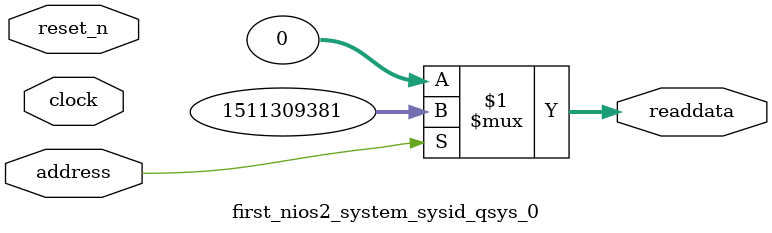
<source format=v>



// synthesis translate_off
`timescale 1ns / 1ps
// synthesis translate_on

// turn off superfluous verilog processor warnings 
// altera message_level Level1 
// altera message_off 10034 10035 10036 10037 10230 10240 10030 

module first_nios2_system_sysid_qsys_0 (
               // inputs:
                address,
                clock,
                reset_n,

               // outputs:
                readdata
             )
;

  output  [ 31: 0] readdata;
  input            address;
  input            clock;
  input            reset_n;

  wire    [ 31: 0] readdata;
  //control_slave, which is an e_avalon_slave
  assign readdata = address ? 1511309381 : 0;

endmodule



</source>
